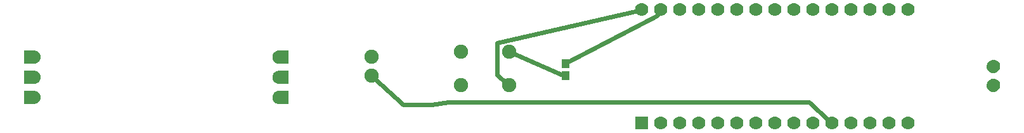
<source format=gtl>
G04 MADE WITH FRITZING*
G04 WWW.FRITZING.ORG*
G04 DOUBLE SIDED*
G04 HOLES PLATED*
G04 CONTOUR ON CENTER OF CONTOUR VECTOR*
%ASAXBY*%
%FSLAX23Y23*%
%MOIN*%
%OFA0B0*%
%SFA1.0B1.0*%
%ADD10C,0.075000*%
%ADD11C,0.070000*%
%ADD12C,0.045440*%
%ADD13R,0.043307X0.047244*%
%ADD14R,0.070000X0.069972*%
%ADD15C,0.024000*%
%ADD16R,0.001000X0.001000*%
%LNCOPPER1*%
G90*
G70*
G54D10*
X2598Y416D03*
X2342Y416D03*
X2598Y593D03*
X2342Y593D03*
G54D11*
X3292Y216D03*
X3392Y216D03*
X3492Y216D03*
X3592Y216D03*
X3692Y216D03*
X3792Y216D03*
X3892Y216D03*
X3992Y216D03*
X4092Y216D03*
X4192Y216D03*
X4292Y216D03*
X4392Y216D03*
X4492Y216D03*
X4592Y216D03*
X4692Y216D03*
X3292Y816D03*
X3392Y816D03*
X3492Y816D03*
X3592Y816D03*
X3692Y816D03*
X3792Y816D03*
X3892Y816D03*
X3992Y816D03*
X4092Y816D03*
X4192Y816D03*
X4292Y816D03*
X4392Y816D03*
X4492Y816D03*
X4592Y816D03*
X4692Y816D03*
G54D12*
X93Y565D03*
X93Y459D03*
X93Y352D03*
X1392Y566D03*
X1392Y460D03*
X1392Y352D03*
G54D10*
X1873Y566D03*
X1873Y466D03*
G54D11*
X5142Y516D03*
X5142Y416D03*
G54D13*
X2892Y532D03*
X2892Y466D03*
G54D14*
X3292Y216D03*
G54D15*
X4279Y228D02*
X4174Y328D01*
D02*
X4174Y328D02*
X2278Y328D01*
D02*
X2278Y328D02*
X2191Y313D01*
D02*
X2040Y313D02*
X1886Y454D01*
D02*
X2191Y313D02*
X2040Y313D01*
D02*
X2614Y586D02*
X2876Y472D01*
D02*
X3275Y811D02*
X2532Y640D01*
X2532Y640D02*
X2532Y472D01*
X2532Y472D02*
X2585Y427D01*
D02*
X2908Y541D02*
X3372Y784D01*
X3372Y784D02*
X3383Y800D01*
G54D16*
X49Y600D02*
X103Y600D01*
X1383Y600D02*
X1437Y600D01*
X49Y599D02*
X108Y599D01*
X1378Y599D02*
X1437Y599D01*
X49Y598D02*
X111Y598D01*
X1375Y598D02*
X1437Y598D01*
X49Y597D02*
X114Y597D01*
X1373Y597D02*
X1437Y597D01*
X49Y596D02*
X116Y596D01*
X1371Y596D02*
X1437Y596D01*
X49Y595D02*
X117Y595D01*
X1369Y595D02*
X1437Y595D01*
X49Y594D02*
X119Y594D01*
X1367Y594D02*
X1437Y594D01*
X49Y593D02*
X120Y593D01*
X1366Y593D02*
X1437Y593D01*
X49Y592D02*
X121Y592D01*
X1365Y592D02*
X1437Y592D01*
X49Y591D02*
X122Y591D01*
X1364Y591D02*
X1437Y591D01*
X49Y590D02*
X123Y590D01*
X1363Y590D02*
X1437Y590D01*
X49Y589D02*
X124Y589D01*
X1362Y589D02*
X1437Y589D01*
X49Y588D02*
X125Y588D01*
X1361Y588D02*
X1437Y588D01*
X49Y587D02*
X126Y587D01*
X1360Y587D02*
X1437Y587D01*
X49Y586D02*
X127Y586D01*
X1359Y586D02*
X1437Y586D01*
X49Y585D02*
X127Y585D01*
X1359Y585D02*
X1437Y585D01*
X49Y584D02*
X128Y584D01*
X1358Y584D02*
X1437Y584D01*
X49Y583D02*
X129Y583D01*
X1357Y583D02*
X1437Y583D01*
X49Y582D02*
X129Y582D01*
X1357Y582D02*
X1437Y582D01*
X49Y581D02*
X130Y581D01*
X1356Y581D02*
X1437Y581D01*
X49Y580D02*
X130Y580D01*
X1356Y580D02*
X1437Y580D01*
X49Y579D02*
X131Y579D01*
X1355Y579D02*
X1437Y579D01*
X49Y578D02*
X131Y578D01*
X1355Y578D02*
X1437Y578D01*
X49Y577D02*
X131Y577D01*
X1355Y577D02*
X1437Y577D01*
X49Y576D02*
X132Y576D01*
X1354Y576D02*
X1437Y576D01*
X49Y575D02*
X132Y575D01*
X1354Y575D02*
X1437Y575D01*
X49Y574D02*
X132Y574D01*
X1354Y574D02*
X1437Y574D01*
X49Y573D02*
X133Y573D01*
X1354Y573D02*
X1437Y573D01*
X49Y572D02*
X133Y572D01*
X1353Y572D02*
X1437Y572D01*
X49Y571D02*
X133Y571D01*
X1353Y571D02*
X1437Y571D01*
X49Y570D02*
X133Y570D01*
X1353Y570D02*
X1437Y570D01*
X49Y569D02*
X133Y569D01*
X1353Y569D02*
X1437Y569D01*
X49Y568D02*
X133Y568D01*
X1353Y568D02*
X1437Y568D01*
X49Y567D02*
X133Y567D01*
X1353Y567D02*
X1437Y567D01*
X49Y566D02*
X133Y566D01*
X1353Y566D02*
X1437Y566D01*
X49Y565D02*
X133Y565D01*
X1353Y565D02*
X1437Y565D01*
X49Y564D02*
X133Y564D01*
X1353Y564D02*
X1437Y564D01*
X49Y563D02*
X133Y563D01*
X1353Y563D02*
X1437Y563D01*
X49Y562D02*
X133Y562D01*
X1353Y562D02*
X1437Y562D01*
X49Y561D02*
X133Y561D01*
X1353Y561D02*
X1437Y561D01*
X49Y560D02*
X133Y560D01*
X1353Y560D02*
X1437Y560D01*
X49Y559D02*
X133Y559D01*
X1353Y559D02*
X1437Y559D01*
X49Y558D02*
X133Y558D01*
X1354Y558D02*
X1437Y558D01*
X49Y557D02*
X132Y557D01*
X1354Y557D02*
X1437Y557D01*
X49Y556D02*
X132Y556D01*
X1354Y556D02*
X1437Y556D01*
X49Y555D02*
X132Y555D01*
X1354Y555D02*
X1437Y555D01*
X49Y554D02*
X131Y554D01*
X1355Y554D02*
X1437Y554D01*
X49Y553D02*
X131Y553D01*
X1355Y553D02*
X1437Y553D01*
X49Y552D02*
X131Y552D01*
X1356Y552D02*
X1437Y552D01*
X49Y551D02*
X130Y551D01*
X1356Y551D02*
X1437Y551D01*
X49Y550D02*
X130Y550D01*
X1356Y550D02*
X1437Y550D01*
X5137Y550D02*
X5148Y550D01*
X49Y549D02*
X129Y549D01*
X1357Y549D02*
X1437Y549D01*
X5133Y549D02*
X5152Y549D01*
X49Y548D02*
X129Y548D01*
X1358Y548D02*
X1437Y548D01*
X5130Y548D02*
X5155Y548D01*
X49Y547D02*
X128Y547D01*
X1358Y547D02*
X1437Y547D01*
X5128Y547D02*
X5157Y547D01*
X49Y546D02*
X127Y546D01*
X1359Y546D02*
X1437Y546D01*
X5126Y546D02*
X5159Y546D01*
X49Y545D02*
X127Y545D01*
X1360Y545D02*
X1437Y545D01*
X5124Y545D02*
X5161Y545D01*
X49Y544D02*
X126Y544D01*
X1360Y544D02*
X1437Y544D01*
X5122Y544D02*
X5162Y544D01*
X49Y543D02*
X125Y543D01*
X1361Y543D02*
X1437Y543D01*
X5121Y543D02*
X5164Y543D01*
X49Y542D02*
X124Y542D01*
X1362Y542D02*
X1437Y542D01*
X5120Y542D02*
X5165Y542D01*
X49Y541D02*
X123Y541D01*
X1363Y541D02*
X1437Y541D01*
X5119Y541D02*
X5166Y541D01*
X49Y540D02*
X122Y540D01*
X1364Y540D02*
X1437Y540D01*
X5118Y540D02*
X5167Y540D01*
X49Y539D02*
X121Y539D01*
X1365Y539D02*
X1437Y539D01*
X5117Y539D02*
X5168Y539D01*
X49Y538D02*
X120Y538D01*
X1366Y538D02*
X1437Y538D01*
X5116Y538D02*
X5169Y538D01*
X49Y537D02*
X119Y537D01*
X1368Y537D02*
X1437Y537D01*
X5115Y537D02*
X5169Y537D01*
X49Y536D02*
X117Y536D01*
X1369Y536D02*
X1437Y536D01*
X5114Y536D02*
X5170Y536D01*
X49Y535D02*
X115Y535D01*
X1371Y535D02*
X1437Y535D01*
X5114Y535D02*
X5171Y535D01*
X49Y534D02*
X113Y534D01*
X1373Y534D02*
X1437Y534D01*
X5113Y534D02*
X5171Y534D01*
X49Y533D02*
X111Y533D01*
X1375Y533D02*
X1437Y533D01*
X5113Y533D02*
X5172Y533D01*
X49Y532D02*
X108Y532D01*
X1378Y532D02*
X1437Y532D01*
X5112Y532D02*
X5173Y532D01*
X49Y531D02*
X101Y531D01*
X1385Y531D02*
X1437Y531D01*
X5112Y531D02*
X5173Y531D01*
X5111Y530D02*
X5137Y530D01*
X5148Y530D02*
X5174Y530D01*
X5111Y529D02*
X5135Y529D01*
X5150Y529D02*
X5174Y529D01*
X5110Y528D02*
X5133Y528D01*
X5151Y528D02*
X5174Y528D01*
X5110Y527D02*
X5132Y527D01*
X5153Y527D02*
X5175Y527D01*
X5110Y526D02*
X5131Y526D01*
X5154Y526D02*
X5175Y526D01*
X5109Y525D02*
X5130Y525D01*
X5155Y525D02*
X5175Y525D01*
X5109Y524D02*
X5129Y524D01*
X5155Y524D02*
X5176Y524D01*
X5109Y523D02*
X5129Y523D01*
X5156Y523D02*
X5176Y523D01*
X5109Y522D02*
X5128Y522D01*
X5157Y522D02*
X5176Y522D01*
X5108Y521D02*
X5128Y521D01*
X5157Y521D02*
X5176Y521D01*
X5108Y520D02*
X5127Y520D01*
X5157Y520D02*
X5176Y520D01*
X5108Y519D02*
X5127Y519D01*
X5158Y519D02*
X5177Y519D01*
X5108Y518D02*
X5127Y518D01*
X5158Y518D02*
X5177Y518D01*
X5108Y517D02*
X5127Y517D01*
X5158Y517D02*
X5177Y517D01*
X5108Y516D02*
X5127Y516D01*
X5158Y516D02*
X5177Y516D01*
X5108Y515D02*
X5127Y515D01*
X5158Y515D02*
X5177Y515D01*
X5108Y514D02*
X5127Y514D01*
X5158Y514D02*
X5177Y514D01*
X5108Y513D02*
X5127Y513D01*
X5158Y513D02*
X5177Y513D01*
X5108Y512D02*
X5127Y512D01*
X5157Y512D02*
X5177Y512D01*
X5108Y511D02*
X5127Y511D01*
X5157Y511D02*
X5176Y511D01*
X5108Y510D02*
X5128Y510D01*
X5157Y510D02*
X5176Y510D01*
X5109Y509D02*
X5128Y509D01*
X5156Y509D02*
X5176Y509D01*
X5109Y508D02*
X5129Y508D01*
X5156Y508D02*
X5176Y508D01*
X5109Y507D02*
X5130Y507D01*
X5155Y507D02*
X5176Y507D01*
X5109Y506D02*
X5130Y506D01*
X5154Y506D02*
X5175Y506D01*
X5110Y505D02*
X5131Y505D01*
X5153Y505D02*
X5175Y505D01*
X5110Y504D02*
X5132Y504D01*
X5152Y504D02*
X5175Y504D01*
X5110Y503D02*
X5134Y503D01*
X5151Y503D02*
X5174Y503D01*
X5111Y502D02*
X5135Y502D01*
X5149Y502D02*
X5174Y502D01*
X5111Y501D02*
X5138Y501D01*
X5146Y501D02*
X5173Y501D01*
X5112Y500D02*
X5173Y500D01*
X5112Y499D02*
X5172Y499D01*
X5113Y498D02*
X5172Y498D01*
X5113Y497D02*
X5171Y497D01*
X5114Y496D02*
X5171Y496D01*
X5115Y495D02*
X5170Y495D01*
X5115Y494D02*
X5169Y494D01*
X49Y493D02*
X106Y493D01*
X1380Y493D02*
X1437Y493D01*
X5116Y493D02*
X5168Y493D01*
X49Y492D02*
X110Y492D01*
X1376Y492D02*
X1437Y492D01*
X5117Y492D02*
X5167Y492D01*
X49Y491D02*
X112Y491D01*
X1374Y491D02*
X1437Y491D01*
X5118Y491D02*
X5167Y491D01*
X49Y490D02*
X114Y490D01*
X1372Y490D02*
X1437Y490D01*
X5119Y490D02*
X5165Y490D01*
X49Y489D02*
X116Y489D01*
X1370Y489D02*
X1437Y489D01*
X5120Y489D02*
X5164Y489D01*
X49Y488D02*
X118Y488D01*
X1368Y488D02*
X1437Y488D01*
X5122Y488D02*
X5163Y488D01*
X49Y487D02*
X119Y487D01*
X1367Y487D02*
X1437Y487D01*
X5123Y487D02*
X5162Y487D01*
X49Y486D02*
X121Y486D01*
X1366Y486D02*
X1437Y486D01*
X5125Y486D02*
X5160Y486D01*
X49Y485D02*
X122Y485D01*
X1364Y485D02*
X1437Y485D01*
X5126Y485D02*
X5158Y485D01*
X49Y484D02*
X123Y484D01*
X1363Y484D02*
X1437Y484D01*
X5129Y484D02*
X5156Y484D01*
X49Y483D02*
X124Y483D01*
X1362Y483D02*
X1437Y483D01*
X5131Y483D02*
X5154Y483D01*
X49Y482D02*
X125Y482D01*
X1361Y482D02*
X1437Y482D01*
X5134Y482D02*
X5151Y482D01*
X49Y481D02*
X126Y481D01*
X1361Y481D02*
X1437Y481D01*
X5139Y481D02*
X5146Y481D01*
X49Y480D02*
X126Y480D01*
X1360Y480D02*
X1437Y480D01*
X49Y479D02*
X127Y479D01*
X1359Y479D02*
X1437Y479D01*
X49Y478D02*
X128Y478D01*
X1358Y478D02*
X1437Y478D01*
X49Y477D02*
X128Y477D01*
X1358Y477D02*
X1437Y477D01*
X49Y476D02*
X129Y476D01*
X1357Y476D02*
X1437Y476D01*
X49Y475D02*
X129Y475D01*
X1357Y475D02*
X1437Y475D01*
X49Y474D02*
X130Y474D01*
X1356Y474D02*
X1437Y474D01*
X49Y473D02*
X130Y473D01*
X1356Y473D02*
X1437Y473D01*
X49Y472D02*
X131Y472D01*
X1355Y472D02*
X1437Y472D01*
X49Y471D02*
X131Y471D01*
X1355Y471D02*
X1437Y471D01*
X49Y470D02*
X132Y470D01*
X1355Y470D02*
X1437Y470D01*
X49Y469D02*
X132Y469D01*
X1354Y469D02*
X1437Y469D01*
X49Y468D02*
X132Y468D01*
X1354Y468D02*
X1437Y468D01*
X49Y467D02*
X132Y467D01*
X1354Y467D02*
X1437Y467D01*
X49Y466D02*
X133Y466D01*
X1354Y466D02*
X1437Y466D01*
X49Y465D02*
X133Y465D01*
X1353Y465D02*
X1437Y465D01*
X49Y464D02*
X133Y464D01*
X1353Y464D02*
X1437Y464D01*
X49Y463D02*
X133Y463D01*
X1353Y463D02*
X1437Y463D01*
X49Y462D02*
X133Y462D01*
X1353Y462D02*
X1437Y462D01*
X49Y461D02*
X133Y461D01*
X1353Y461D02*
X1437Y461D01*
X49Y460D02*
X133Y460D01*
X1353Y460D02*
X1437Y460D01*
X49Y459D02*
X133Y459D01*
X1353Y459D02*
X1437Y459D01*
X49Y458D02*
X133Y458D01*
X1353Y458D02*
X1437Y458D01*
X49Y457D02*
X133Y457D01*
X1353Y457D02*
X1437Y457D01*
X49Y456D02*
X133Y456D01*
X1353Y456D02*
X1437Y456D01*
X49Y455D02*
X133Y455D01*
X1353Y455D02*
X1437Y455D01*
X49Y454D02*
X133Y454D01*
X1353Y454D02*
X1437Y454D01*
X49Y453D02*
X133Y453D01*
X1353Y453D02*
X1437Y453D01*
X49Y452D02*
X133Y452D01*
X1354Y452D02*
X1437Y452D01*
X49Y451D02*
X132Y451D01*
X1354Y451D02*
X1437Y451D01*
X49Y450D02*
X132Y450D01*
X1354Y450D02*
X1437Y450D01*
X5136Y450D02*
X5148Y450D01*
X49Y449D02*
X132Y449D01*
X1354Y449D02*
X1437Y449D01*
X5132Y449D02*
X5152Y449D01*
X49Y448D02*
X132Y448D01*
X1355Y448D02*
X1437Y448D01*
X5130Y448D02*
X5155Y448D01*
X49Y447D02*
X131Y447D01*
X1355Y447D02*
X1437Y447D01*
X5128Y447D02*
X5157Y447D01*
X49Y446D02*
X131Y446D01*
X1355Y446D02*
X1437Y446D01*
X5126Y446D02*
X5159Y446D01*
X49Y445D02*
X130Y445D01*
X1356Y445D02*
X1437Y445D01*
X5124Y445D02*
X5161Y445D01*
X49Y444D02*
X130Y444D01*
X1356Y444D02*
X1437Y444D01*
X5122Y444D02*
X5162Y444D01*
X49Y443D02*
X129Y443D01*
X1357Y443D02*
X1437Y443D01*
X5121Y443D02*
X5164Y443D01*
X49Y442D02*
X129Y442D01*
X1357Y442D02*
X1437Y442D01*
X5120Y442D02*
X5165Y442D01*
X49Y441D02*
X128Y441D01*
X1358Y441D02*
X1437Y441D01*
X5119Y441D02*
X5166Y441D01*
X49Y440D02*
X128Y440D01*
X1358Y440D02*
X1437Y440D01*
X5118Y440D02*
X5167Y440D01*
X49Y439D02*
X127Y439D01*
X1359Y439D02*
X1437Y439D01*
X5117Y439D02*
X5168Y439D01*
X49Y438D02*
X126Y438D01*
X1360Y438D02*
X1437Y438D01*
X5116Y438D02*
X5169Y438D01*
X49Y437D02*
X126Y437D01*
X1361Y437D02*
X1437Y437D01*
X5115Y437D02*
X5169Y437D01*
X49Y436D02*
X125Y436D01*
X1361Y436D02*
X1437Y436D01*
X5114Y436D02*
X5170Y436D01*
X49Y435D02*
X124Y435D01*
X1362Y435D02*
X1437Y435D01*
X5114Y435D02*
X5171Y435D01*
X49Y434D02*
X123Y434D01*
X1363Y434D02*
X1437Y434D01*
X5113Y434D02*
X5171Y434D01*
X49Y433D02*
X122Y433D01*
X1364Y433D02*
X1437Y433D01*
X5113Y433D02*
X5172Y433D01*
X49Y432D02*
X121Y432D01*
X1366Y432D02*
X1437Y432D01*
X5112Y432D02*
X5173Y432D01*
X49Y431D02*
X119Y431D01*
X1367Y431D02*
X1437Y431D01*
X5112Y431D02*
X5173Y431D01*
X49Y430D02*
X118Y430D01*
X1368Y430D02*
X1437Y430D01*
X5111Y430D02*
X5137Y430D01*
X5148Y430D02*
X5174Y430D01*
X49Y429D02*
X116Y429D01*
X1370Y429D02*
X1437Y429D01*
X5111Y429D02*
X5135Y429D01*
X5150Y429D02*
X5174Y429D01*
X49Y428D02*
X115Y428D01*
X1372Y428D02*
X1437Y428D01*
X5110Y428D02*
X5133Y428D01*
X5152Y428D02*
X5174Y428D01*
X49Y427D02*
X112Y427D01*
X1374Y427D02*
X1437Y427D01*
X5110Y427D02*
X5132Y427D01*
X5153Y427D02*
X5175Y427D01*
X49Y426D02*
X110Y426D01*
X1376Y426D02*
X1437Y426D01*
X5110Y426D02*
X5131Y426D01*
X5154Y426D02*
X5175Y426D01*
X49Y425D02*
X106Y425D01*
X1380Y425D02*
X1437Y425D01*
X5109Y425D02*
X5130Y425D01*
X5155Y425D02*
X5175Y425D01*
X5109Y424D02*
X5129Y424D01*
X5155Y424D02*
X5176Y424D01*
X5109Y423D02*
X5129Y423D01*
X5156Y423D02*
X5176Y423D01*
X5109Y422D02*
X5128Y422D01*
X5157Y422D02*
X5176Y422D01*
X5108Y421D02*
X5128Y421D01*
X5157Y421D02*
X5176Y421D01*
X5108Y420D02*
X5127Y420D01*
X5157Y420D02*
X5176Y420D01*
X5108Y419D02*
X5127Y419D01*
X5158Y419D02*
X5177Y419D01*
X5108Y418D02*
X5127Y418D01*
X5158Y418D02*
X5177Y418D01*
X5108Y417D02*
X5127Y417D01*
X5158Y417D02*
X5177Y417D01*
X5108Y416D02*
X5127Y416D01*
X5158Y416D02*
X5177Y416D01*
X5108Y415D02*
X5127Y415D01*
X5158Y415D02*
X5177Y415D01*
X5108Y414D02*
X5127Y414D01*
X5158Y414D02*
X5177Y414D01*
X5108Y413D02*
X5127Y413D01*
X5158Y413D02*
X5177Y413D01*
X5108Y412D02*
X5127Y412D01*
X5157Y412D02*
X5177Y412D01*
X5108Y411D02*
X5127Y411D01*
X5157Y411D02*
X5176Y411D01*
X5108Y410D02*
X5128Y410D01*
X5157Y410D02*
X5176Y410D01*
X5109Y409D02*
X5128Y409D01*
X5156Y409D02*
X5176Y409D01*
X5109Y408D02*
X5129Y408D01*
X5156Y408D02*
X5176Y408D01*
X5109Y407D02*
X5130Y407D01*
X5155Y407D02*
X5176Y407D01*
X5109Y406D02*
X5130Y406D01*
X5154Y406D02*
X5175Y406D01*
X5110Y405D02*
X5131Y405D01*
X5153Y405D02*
X5175Y405D01*
X5110Y404D02*
X5133Y404D01*
X5152Y404D02*
X5175Y404D01*
X5110Y403D02*
X5134Y403D01*
X5151Y403D02*
X5174Y403D01*
X5111Y402D02*
X5136Y402D01*
X5149Y402D02*
X5174Y402D01*
X5111Y401D02*
X5139Y401D01*
X5146Y401D02*
X5173Y401D01*
X5112Y400D02*
X5173Y400D01*
X5112Y399D02*
X5172Y399D01*
X5113Y398D02*
X5172Y398D01*
X5113Y397D02*
X5171Y397D01*
X5114Y396D02*
X5171Y396D01*
X5115Y395D02*
X5170Y395D01*
X5116Y394D02*
X5169Y394D01*
X5116Y393D02*
X5168Y393D01*
X5117Y392D02*
X5167Y392D01*
X5118Y391D02*
X5167Y391D01*
X5119Y390D02*
X5165Y390D01*
X5120Y389D02*
X5164Y389D01*
X5122Y388D02*
X5163Y388D01*
X50Y387D02*
X100Y387D01*
X1386Y387D02*
X1437Y387D01*
X5123Y387D02*
X5162Y387D01*
X49Y386D02*
X108Y386D01*
X1379Y386D02*
X1437Y386D01*
X5125Y386D02*
X5160Y386D01*
X49Y385D02*
X111Y385D01*
X1375Y385D02*
X1437Y385D01*
X5127Y385D02*
X5158Y385D01*
X49Y384D02*
X113Y384D01*
X1373Y384D02*
X1437Y384D01*
X5129Y384D02*
X5156Y384D01*
X49Y383D02*
X115Y383D01*
X1371Y383D02*
X1437Y383D01*
X5131Y383D02*
X5153Y383D01*
X49Y382D02*
X117Y382D01*
X1369Y382D02*
X1437Y382D01*
X5134Y382D02*
X5150Y382D01*
X49Y381D02*
X118Y381D01*
X1368Y381D02*
X1437Y381D01*
X5139Y381D02*
X5145Y381D01*
X49Y380D02*
X120Y380D01*
X1366Y380D02*
X1437Y380D01*
X49Y379D02*
X121Y379D01*
X1365Y379D02*
X1437Y379D01*
X49Y378D02*
X122Y378D01*
X1364Y378D02*
X1437Y378D01*
X49Y377D02*
X123Y377D01*
X1363Y377D02*
X1437Y377D01*
X49Y376D02*
X124Y376D01*
X1362Y376D02*
X1437Y376D01*
X49Y375D02*
X125Y375D01*
X1361Y375D02*
X1437Y375D01*
X49Y374D02*
X126Y374D01*
X1360Y374D02*
X1437Y374D01*
X49Y373D02*
X127Y373D01*
X1360Y373D02*
X1437Y373D01*
X49Y372D02*
X127Y372D01*
X1359Y372D02*
X1437Y372D01*
X49Y371D02*
X128Y371D01*
X1358Y371D02*
X1437Y371D01*
X49Y370D02*
X129Y370D01*
X1358Y370D02*
X1437Y370D01*
X49Y369D02*
X129Y369D01*
X1357Y369D02*
X1437Y369D01*
X49Y368D02*
X130Y368D01*
X1357Y368D02*
X1437Y368D01*
X49Y367D02*
X130Y367D01*
X1356Y367D02*
X1437Y367D01*
X49Y366D02*
X131Y366D01*
X1356Y366D02*
X1437Y366D01*
X49Y365D02*
X131Y365D01*
X1355Y365D02*
X1437Y365D01*
X49Y364D02*
X131Y364D01*
X1355Y364D02*
X1437Y364D01*
X49Y363D02*
X132Y363D01*
X1354Y363D02*
X1437Y363D01*
X49Y362D02*
X132Y362D01*
X1354Y362D02*
X1437Y362D01*
X49Y361D02*
X132Y361D01*
X1354Y361D02*
X1437Y361D01*
X49Y360D02*
X133Y360D01*
X1354Y360D02*
X1437Y360D01*
X49Y359D02*
X133Y359D01*
X1353Y359D02*
X1437Y359D01*
X49Y358D02*
X133Y358D01*
X1353Y358D02*
X1437Y358D01*
X49Y357D02*
X133Y357D01*
X1353Y357D02*
X1437Y357D01*
X49Y356D02*
X133Y356D01*
X1353Y356D02*
X1437Y356D01*
X49Y355D02*
X133Y355D01*
X1353Y355D02*
X1437Y355D01*
X49Y354D02*
X133Y354D01*
X1353Y354D02*
X1437Y354D01*
X49Y353D02*
X134Y353D01*
X1353Y353D02*
X1437Y353D01*
X49Y352D02*
X133Y352D01*
X1353Y352D02*
X1437Y352D01*
X49Y351D02*
X133Y351D01*
X1353Y351D02*
X1437Y351D01*
X49Y350D02*
X133Y350D01*
X1353Y350D02*
X1437Y350D01*
X49Y349D02*
X133Y349D01*
X1353Y349D02*
X1437Y349D01*
X49Y348D02*
X133Y348D01*
X1353Y348D02*
X1437Y348D01*
X49Y347D02*
X133Y347D01*
X1353Y347D02*
X1437Y347D01*
X49Y346D02*
X133Y346D01*
X1353Y346D02*
X1437Y346D01*
X49Y345D02*
X133Y345D01*
X1354Y345D02*
X1437Y345D01*
X49Y344D02*
X132Y344D01*
X1354Y344D02*
X1437Y344D01*
X49Y343D02*
X132Y343D01*
X1354Y343D02*
X1437Y343D01*
X49Y342D02*
X132Y342D01*
X1354Y342D02*
X1437Y342D01*
X49Y341D02*
X131Y341D01*
X1355Y341D02*
X1437Y341D01*
X49Y340D02*
X131Y340D01*
X1355Y340D02*
X1437Y340D01*
X49Y339D02*
X131Y339D01*
X1355Y339D02*
X1437Y339D01*
X49Y338D02*
X130Y338D01*
X1356Y338D02*
X1437Y338D01*
X49Y337D02*
X130Y337D01*
X1356Y337D02*
X1437Y337D01*
X49Y336D02*
X129Y336D01*
X1357Y336D02*
X1437Y336D01*
X49Y335D02*
X129Y335D01*
X1357Y335D02*
X1437Y335D01*
X49Y334D02*
X128Y334D01*
X1358Y334D02*
X1437Y334D01*
X49Y333D02*
X128Y333D01*
X1359Y333D02*
X1437Y333D01*
X49Y332D02*
X127Y332D01*
X1359Y332D02*
X1437Y332D01*
X49Y331D02*
X126Y331D01*
X1360Y331D02*
X1437Y331D01*
X49Y330D02*
X125Y330D01*
X1361Y330D02*
X1437Y330D01*
X49Y329D02*
X124Y329D01*
X1362Y329D02*
X1437Y329D01*
X49Y328D02*
X123Y328D01*
X1363Y328D02*
X1437Y328D01*
X49Y327D02*
X122Y327D01*
X1364Y327D02*
X1437Y327D01*
X49Y326D02*
X121Y326D01*
X1365Y326D02*
X1437Y326D01*
X49Y325D02*
X120Y325D01*
X1366Y325D02*
X1437Y325D01*
X49Y324D02*
X119Y324D01*
X1367Y324D02*
X1437Y324D01*
X49Y323D02*
X117Y323D01*
X1369Y323D02*
X1437Y323D01*
X49Y322D02*
X116Y322D01*
X1370Y322D02*
X1437Y322D01*
X49Y321D02*
X114Y321D01*
X1372Y321D02*
X1437Y321D01*
X49Y320D02*
X111Y320D01*
X1375Y320D02*
X1437Y320D01*
X49Y319D02*
X108Y319D01*
X1378Y319D02*
X1437Y319D01*
X49Y318D02*
X104Y318D01*
X1382Y318D02*
X1437Y318D01*
D02*
G04 End of Copper1*
M02*
</source>
